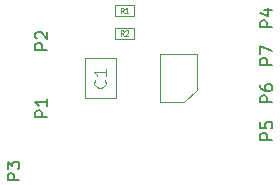
<source format=gbr>
G04 #@! TF.GenerationSoftware,KiCad,Pcbnew,(5.0.1-3-g963ef8bb5)*
G04 #@! TF.CreationDate,2018-11-10T18:30:21+10:30*
G04 #@! TF.ProjectId,rgb-led-board,7267622D6C65642D626F6172642E6B69,1.0*
G04 #@! TF.SameCoordinates,Original*
G04 #@! TF.FileFunction,Other,Fab,Top*
%FSLAX46Y46*%
G04 Gerber Fmt 4.6, Leading zero omitted, Abs format (unit mm)*
G04 Created by KiCad (PCBNEW (5.0.1-3-g963ef8bb5)) date Saturday, 10 November 2018 at 06:30:21 pm*
%MOMM*%
%LPD*%
G01*
G04 APERTURE LIST*
%ADD10C,0.120000*%
%ADD11C,0.050000*%
%ADD12C,0.150000*%
G04 APERTURE END LIST*
D10*
G04 #@! TO.C,C1*
X131398000Y-67105000D02*
X128698000Y-67105000D01*
X128698000Y-67105000D02*
X128698000Y-63705000D01*
X128698000Y-63705000D02*
X131398000Y-63705000D01*
X131398000Y-63705000D02*
X131398000Y-67105000D01*
G04 #@! TO.C,R1*
X131250000Y-59210000D02*
X132910000Y-59210000D01*
X131250000Y-60170000D02*
X131250000Y-59210000D01*
X132910000Y-60170000D02*
X131250000Y-60170000D01*
X132910000Y-59210000D02*
X132910000Y-60170000D01*
G04 #@! TO.C,R2*
X132910000Y-61115000D02*
X132910000Y-62075000D01*
X132910000Y-62075000D02*
X131250000Y-62075000D01*
X131250000Y-62075000D02*
X131250000Y-61115000D01*
X131250000Y-61115000D02*
X132910000Y-61115000D01*
G04 #@! TO.C,U1*
X138182000Y-63375000D02*
X138182000Y-66415000D01*
X138182000Y-66415000D02*
X137162000Y-67435000D01*
X137162000Y-67435000D02*
X135122000Y-67435000D01*
X135122000Y-67435000D02*
X135122000Y-63375000D01*
X135122000Y-63375000D02*
X138182000Y-63375000D01*
G04 #@! TD*
G04 #@! TO.C,C1*
X130405142Y-65571666D02*
X130452761Y-65619285D01*
X130500380Y-65762142D01*
X130500380Y-65857380D01*
X130452761Y-66000238D01*
X130357523Y-66095476D01*
X130262285Y-66143095D01*
X130071809Y-66190714D01*
X129928952Y-66190714D01*
X129738476Y-66143095D01*
X129643238Y-66095476D01*
X129548000Y-66000238D01*
X129500380Y-65857380D01*
X129500380Y-65762142D01*
X129548000Y-65619285D01*
X129595619Y-65571666D01*
X130500380Y-64619285D02*
X130500380Y-65190714D01*
X130500380Y-64905000D02*
X129500380Y-64905000D01*
X129643238Y-65000238D01*
X129738476Y-65095476D01*
X129786095Y-65190714D01*
G04 #@! TO.C,R1*
D11*
X132013333Y-59916190D02*
X131880000Y-59678095D01*
X131784761Y-59916190D02*
X131784761Y-59416190D01*
X131937142Y-59416190D01*
X131975238Y-59440000D01*
X131994285Y-59463809D01*
X132013333Y-59511428D01*
X132013333Y-59582857D01*
X131994285Y-59630476D01*
X131975238Y-59654285D01*
X131937142Y-59678095D01*
X131784761Y-59678095D01*
X132394285Y-59916190D02*
X132165714Y-59916190D01*
X132280000Y-59916190D02*
X132280000Y-59416190D01*
X132241904Y-59487619D01*
X132203809Y-59535238D01*
X132165714Y-59559047D01*
G04 #@! TO.C,R2*
X132013333Y-61821190D02*
X131880000Y-61583095D01*
X131784761Y-61821190D02*
X131784761Y-61321190D01*
X131937142Y-61321190D01*
X131975238Y-61345000D01*
X131994285Y-61368809D01*
X132013333Y-61416428D01*
X132013333Y-61487857D01*
X131994285Y-61535476D01*
X131975238Y-61559285D01*
X131937142Y-61583095D01*
X131784761Y-61583095D01*
X132165714Y-61368809D02*
X132184761Y-61345000D01*
X132222857Y-61321190D01*
X132318095Y-61321190D01*
X132356190Y-61345000D01*
X132375238Y-61368809D01*
X132394285Y-61416428D01*
X132394285Y-61464047D01*
X132375238Y-61535476D01*
X132146666Y-61821190D01*
X132394285Y-61821190D01*
G04 #@! TO.C,P1*
D12*
X125547380Y-68683095D02*
X124547380Y-68683095D01*
X124547380Y-68302142D01*
X124595000Y-68206904D01*
X124642619Y-68159285D01*
X124737857Y-68111666D01*
X124880714Y-68111666D01*
X124975952Y-68159285D01*
X125023571Y-68206904D01*
X125071190Y-68302142D01*
X125071190Y-68683095D01*
X125547380Y-67159285D02*
X125547380Y-67730714D01*
X125547380Y-67445000D02*
X124547380Y-67445000D01*
X124690238Y-67540238D01*
X124785476Y-67635476D01*
X124833095Y-67730714D01*
G04 #@! TO.C,P2*
X125547380Y-62968095D02*
X124547380Y-62968095D01*
X124547380Y-62587142D01*
X124595000Y-62491904D01*
X124642619Y-62444285D01*
X124737857Y-62396666D01*
X124880714Y-62396666D01*
X124975952Y-62444285D01*
X125023571Y-62491904D01*
X125071190Y-62587142D01*
X125071190Y-62968095D01*
X124642619Y-62015714D02*
X124595000Y-61968095D01*
X124547380Y-61872857D01*
X124547380Y-61634761D01*
X124595000Y-61539523D01*
X124642619Y-61491904D01*
X124737857Y-61444285D01*
X124833095Y-61444285D01*
X124975952Y-61491904D01*
X125547380Y-62063333D01*
X125547380Y-61444285D01*
G04 #@! TO.C,P3*
X123182380Y-73988095D02*
X122182380Y-73988095D01*
X122182380Y-73607142D01*
X122230000Y-73511904D01*
X122277619Y-73464285D01*
X122372857Y-73416666D01*
X122515714Y-73416666D01*
X122610952Y-73464285D01*
X122658571Y-73511904D01*
X122706190Y-73607142D01*
X122706190Y-73988095D01*
X122182380Y-73083333D02*
X122182380Y-72464285D01*
X122563333Y-72797619D01*
X122563333Y-72654761D01*
X122610952Y-72559523D01*
X122658571Y-72511904D01*
X122753809Y-72464285D01*
X122991904Y-72464285D01*
X123087142Y-72511904D01*
X123134761Y-72559523D01*
X123182380Y-72654761D01*
X123182380Y-72940476D01*
X123134761Y-73035714D01*
X123087142Y-73083333D01*
G04 #@! TO.C,P4*
X144597380Y-61063095D02*
X143597380Y-61063095D01*
X143597380Y-60682142D01*
X143645000Y-60586904D01*
X143692619Y-60539285D01*
X143787857Y-60491666D01*
X143930714Y-60491666D01*
X144025952Y-60539285D01*
X144073571Y-60586904D01*
X144121190Y-60682142D01*
X144121190Y-61063095D01*
X143930714Y-59634523D02*
X144597380Y-59634523D01*
X143549761Y-59872619D02*
X144264047Y-60110714D01*
X144264047Y-59491666D01*
G04 #@! TO.C,P5*
X144597380Y-70588095D02*
X143597380Y-70588095D01*
X143597380Y-70207142D01*
X143645000Y-70111904D01*
X143692619Y-70064285D01*
X143787857Y-70016666D01*
X143930714Y-70016666D01*
X144025952Y-70064285D01*
X144073571Y-70111904D01*
X144121190Y-70207142D01*
X144121190Y-70588095D01*
X143597380Y-69111904D02*
X143597380Y-69588095D01*
X144073571Y-69635714D01*
X144025952Y-69588095D01*
X143978333Y-69492857D01*
X143978333Y-69254761D01*
X144025952Y-69159523D01*
X144073571Y-69111904D01*
X144168809Y-69064285D01*
X144406904Y-69064285D01*
X144502142Y-69111904D01*
X144549761Y-69159523D01*
X144597380Y-69254761D01*
X144597380Y-69492857D01*
X144549761Y-69588095D01*
X144502142Y-69635714D01*
G04 #@! TO.C,P6*
X144597380Y-67413095D02*
X143597380Y-67413095D01*
X143597380Y-67032142D01*
X143645000Y-66936904D01*
X143692619Y-66889285D01*
X143787857Y-66841666D01*
X143930714Y-66841666D01*
X144025952Y-66889285D01*
X144073571Y-66936904D01*
X144121190Y-67032142D01*
X144121190Y-67413095D01*
X143597380Y-65984523D02*
X143597380Y-66175000D01*
X143645000Y-66270238D01*
X143692619Y-66317857D01*
X143835476Y-66413095D01*
X144025952Y-66460714D01*
X144406904Y-66460714D01*
X144502142Y-66413095D01*
X144549761Y-66365476D01*
X144597380Y-66270238D01*
X144597380Y-66079761D01*
X144549761Y-65984523D01*
X144502142Y-65936904D01*
X144406904Y-65889285D01*
X144168809Y-65889285D01*
X144073571Y-65936904D01*
X144025952Y-65984523D01*
X143978333Y-66079761D01*
X143978333Y-66270238D01*
X144025952Y-66365476D01*
X144073571Y-66413095D01*
X144168809Y-66460714D01*
G04 #@! TO.C,P7*
X144597380Y-64238095D02*
X143597380Y-64238095D01*
X143597380Y-63857142D01*
X143645000Y-63761904D01*
X143692619Y-63714285D01*
X143787857Y-63666666D01*
X143930714Y-63666666D01*
X144025952Y-63714285D01*
X144073571Y-63761904D01*
X144121190Y-63857142D01*
X144121190Y-64238095D01*
X143597380Y-63333333D02*
X143597380Y-62666666D01*
X144597380Y-63095238D01*
G04 #@! TD*
M02*

</source>
